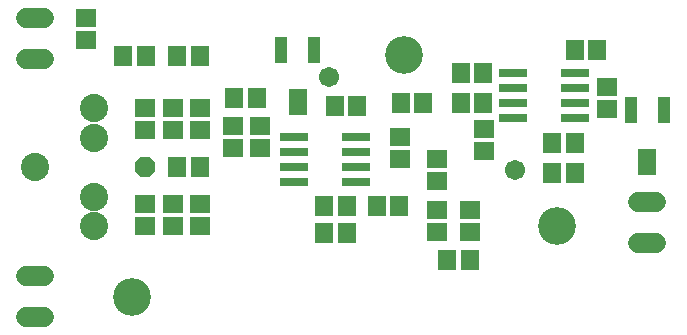
<source format=gbr>
G04 EAGLE Gerber RS-274X export*
G75*
%MOMM*%
%FSLAX34Y34*%
%LPD*%
%INSoldermask Top*%
%IPPOS*%
%AMOC8*
5,1,8,0,0,1.08239X$1,22.5*%
G01*
%ADD10C,3.203200*%
%ADD11R,1.703200X1.503200*%
%ADD12R,1.503200X1.703200*%
%ADD13R,2.403200X0.803200*%
%ADD14P,1.869504X8X22.500000*%
%ADD15R,1.103200X2.203200*%
%ADD16R,1.503200X2.203200*%
%ADD17C,1.711200*%
%ADD18C,2.387600*%
%ADD19C,1.703200*%
%ADD20C,0.959600*%


D10*
X120000Y40000D03*
X350000Y245000D03*
X480000Y100000D03*
D11*
X81280Y257200D03*
X81280Y276200D03*
D12*
X398170Y229870D03*
X417170Y229870D03*
D11*
X417830Y163220D03*
X417830Y182220D03*
D12*
X475640Y144780D03*
X494640Y144780D03*
D11*
X521970Y217780D03*
X521970Y198780D03*
D12*
X291490Y201930D03*
X310490Y201930D03*
X513690Y248920D03*
X494690Y248920D03*
X158140Y149860D03*
X177140Y149860D03*
X225400Y208280D03*
X206400Y208280D03*
X282600Y116840D03*
X301600Y116840D03*
X327050Y116840D03*
X346050Y116840D03*
D11*
X378460Y156820D03*
X378460Y137820D03*
D13*
X257210Y162560D03*
X309210Y162560D03*
X257210Y175260D03*
X257210Y149860D03*
X257210Y137160D03*
X309210Y175260D03*
X309210Y149860D03*
X309210Y137160D03*
X442630Y217170D03*
X494630Y217170D03*
X442630Y229870D03*
X442630Y204470D03*
X442630Y191770D03*
X494630Y229870D03*
X494630Y204470D03*
X494630Y191770D03*
D14*
X130810Y149860D03*
D12*
X177140Y243840D03*
X158140Y243840D03*
D11*
X154940Y200000D03*
X154940Y181000D03*
X406400Y113640D03*
X406400Y94640D03*
D12*
X405740Y71120D03*
X386740Y71120D03*
D15*
X274350Y249330D03*
D16*
X260350Y205330D03*
D15*
X246350Y249330D03*
X570260Y198530D03*
D16*
X556260Y154530D03*
D15*
X542260Y198530D03*
D12*
X301600Y93980D03*
X282600Y93980D03*
D11*
X346710Y175870D03*
X346710Y156870D03*
X378460Y113640D03*
X378460Y94640D03*
D12*
X366370Y204470D03*
X347370Y204470D03*
X417170Y204470D03*
X398170Y204470D03*
D11*
X130810Y181000D03*
X130810Y200000D03*
D12*
X494640Y170180D03*
X475640Y170180D03*
D11*
X130810Y118720D03*
X130810Y99720D03*
X154940Y118720D03*
X154940Y99720D03*
X177800Y118720D03*
X177800Y99720D03*
X177800Y200000D03*
X177800Y181000D03*
X205740Y165760D03*
X205740Y184760D03*
X228600Y165760D03*
X228600Y184760D03*
D12*
X131420Y243840D03*
X112420Y243840D03*
D17*
X45640Y241580D02*
X30560Y241580D01*
X30560Y276580D02*
X45640Y276580D01*
X45640Y23140D02*
X30560Y23140D01*
X30560Y58140D02*
X45640Y58140D01*
X548720Y85370D02*
X563800Y85370D01*
X563800Y120370D02*
X548720Y120370D01*
D18*
X38100Y149860D03*
X88100Y174860D03*
X88100Y199860D03*
X88100Y124860D03*
X88100Y99860D03*
D19*
X287020Y226060D03*
X444500Y147320D03*
D20*
X346050Y116840D03*
X346050Y156210D03*
M02*

</source>
